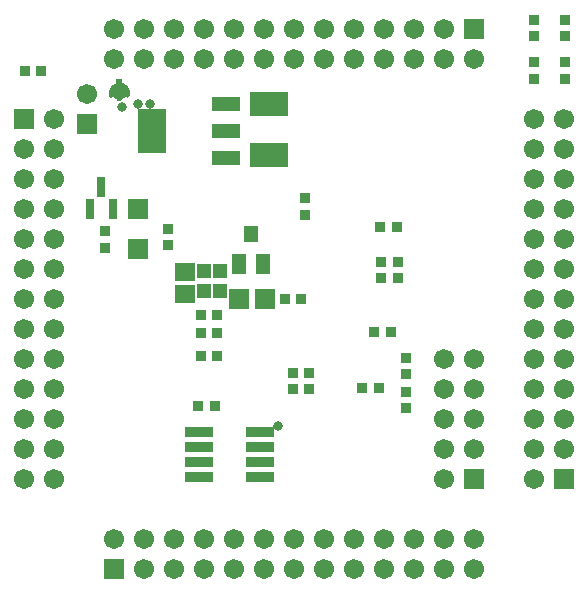
<source format=gbs>
%FSLAX23Y23*%
%MOIN*%
G70*
G01*
G75*
G04 Layer_Color=16711935*
%ADD10C,0.012*%
%ADD11C,0.014*%
%ADD12R,0.118X0.073*%
%ADD13R,0.031X0.031*%
%ADD14R,0.087X0.024*%
%ADD15R,0.087X0.024*%
%ADD16O,0.010X0.080*%
%ADD17O,0.080X0.010*%
%ADD18R,0.079X0.047*%
%ADD19R,0.014X0.014*%
%ADD20R,0.020X0.020*%
%ADD21R,0.030X0.030*%
%ADD22R,0.030X0.030*%
%ADD23C,0.008*%
%ADD24C,0.031*%
%ADD25C,0.024*%
%ADD26C,0.020*%
%ADD27C,0.016*%
%ADD28C,0.059*%
%ADD29R,0.059X0.059*%
%ADD30R,0.059X0.059*%
%ADD31C,0.024*%
%ADD32C,0.030*%
%ADD33R,0.060X0.060*%
%ADD34R,0.040X0.050*%
%ADD35R,0.040X0.060*%
%ADD36R,0.085X0.043*%
%ADD37R,0.085X0.043*%
%ADD38R,0.085X0.138*%
%ADD39R,0.022X0.061*%
%ADD40R,0.059X0.051*%
%ADD41R,0.039X0.043*%
%ADD42R,0.059X0.057*%
%ADD43C,0.010*%
%ADD44C,0.010*%
%ADD45C,0.008*%
%ADD46C,0.004*%
%ADD47C,0.005*%
%ADD48C,0.006*%
%ADD49C,0.012*%
%ADD50C,0.006*%
%ADD51C,0.031*%
%ADD52C,0.016*%
%ADD53R,0.126X0.081*%
%ADD54R,0.039X0.039*%
%ADD55R,0.095X0.032*%
%ADD56R,0.095X0.032*%
%ADD57O,0.018X0.088*%
%ADD58O,0.088X0.018*%
%ADD59R,0.087X0.055*%
%ADD60R,0.038X0.038*%
%ADD61R,0.038X0.038*%
%ADD62C,0.067*%
%ADD63R,0.067X0.067*%
%ADD64R,0.067X0.067*%
%ADD65C,0.032*%
%ADD66R,0.068X0.068*%
%ADD67R,0.048X0.058*%
%ADD68R,0.048X0.068*%
%ADD69R,0.093X0.051*%
%ADD70R,0.093X0.051*%
%ADD71R,0.093X0.146*%
%ADD72R,0.030X0.069*%
%ADD73R,0.067X0.059*%
%ADD74R,0.047X0.051*%
%ADD75R,0.067X0.065*%
D19*
X2418Y5866D02*
D03*
D20*
Y5923D02*
D03*
D51*
X2429Y5888D02*
G03*
X2429Y5888I-11J0D01*
G01*
D52*
X2445Y5879D02*
G03*
X2391Y5878I-27J6D01*
G01*
D53*
X2917Y5680D02*
D03*
Y5850D02*
D03*
D55*
X2887Y4705D02*
D03*
Y4655D02*
D03*
Y4605D02*
D03*
X2682Y4755D02*
D03*
Y4705D02*
D03*
Y4655D02*
D03*
Y4605D02*
D03*
X2887Y4755D02*
D03*
D60*
X2744Y5146D02*
D03*
X2689D02*
D03*
X3346Y5323D02*
D03*
X3291D02*
D03*
X2744Y5087D02*
D03*
X2689D02*
D03*
X2969Y5201D02*
D03*
X3024D02*
D03*
X2157Y5961D02*
D03*
X2102D02*
D03*
X2689Y5008D02*
D03*
X2744D02*
D03*
X3291Y5268D02*
D03*
X3346D02*
D03*
X3283Y4902D02*
D03*
X3228D02*
D03*
X3287Y5441D02*
D03*
X3342D02*
D03*
X3268Y5091D02*
D03*
X3323D02*
D03*
X2681Y4843D02*
D03*
X2736D02*
D03*
D61*
X3035Y5480D02*
D03*
Y5535D02*
D03*
X2996Y4953D02*
D03*
Y4898D02*
D03*
X2370Y5370D02*
D03*
Y5425D02*
D03*
X3902Y5933D02*
D03*
Y5988D02*
D03*
X3799Y5933D02*
D03*
Y5988D02*
D03*
Y6075D02*
D03*
Y6130D02*
D03*
X3902Y6075D02*
D03*
Y6130D02*
D03*
X2580Y5432D02*
D03*
Y5378D02*
D03*
X3374Y5004D02*
D03*
Y4949D02*
D03*
Y4890D02*
D03*
Y4835D02*
D03*
X3051Y4953D02*
D03*
Y4898D02*
D03*
D62*
X2311Y5883D02*
D03*
X3500Y4600D02*
D03*
X3600Y4700D02*
D03*
X3500D02*
D03*
X3600Y4800D02*
D03*
X3500D02*
D03*
X3600Y4900D02*
D03*
X3500D02*
D03*
X3600Y5000D02*
D03*
X3500D02*
D03*
X3600Y6000D02*
D03*
X3500Y6100D02*
D03*
Y6000D02*
D03*
X3400Y6100D02*
D03*
Y6000D02*
D03*
X3300Y6100D02*
D03*
Y6000D02*
D03*
X3200Y6100D02*
D03*
Y6000D02*
D03*
X3100Y6100D02*
D03*
Y6000D02*
D03*
X3000Y6100D02*
D03*
Y6000D02*
D03*
X2900Y6100D02*
D03*
Y6000D02*
D03*
X2800Y6100D02*
D03*
Y6000D02*
D03*
X2700Y6100D02*
D03*
Y6000D02*
D03*
X2600Y6100D02*
D03*
Y6000D02*
D03*
X2500Y6100D02*
D03*
Y6000D02*
D03*
X2400Y6100D02*
D03*
Y6000D02*
D03*
X2200Y5800D02*
D03*
X2100Y5700D02*
D03*
X2200D02*
D03*
X2100Y5600D02*
D03*
X2200D02*
D03*
X2100Y5500D02*
D03*
X2200D02*
D03*
X2100Y5400D02*
D03*
X2200D02*
D03*
X2100Y5300D02*
D03*
X2200D02*
D03*
X2100Y5200D02*
D03*
X2200D02*
D03*
X2100Y5100D02*
D03*
X2200D02*
D03*
X2100Y5000D02*
D03*
X2200D02*
D03*
X2100Y4900D02*
D03*
X2200D02*
D03*
X2100Y4800D02*
D03*
X2200D02*
D03*
X2100Y4700D02*
D03*
X2200D02*
D03*
X2100Y4600D02*
D03*
X2200D02*
D03*
X3600Y4400D02*
D03*
Y4300D02*
D03*
X3500Y4400D02*
D03*
Y4300D02*
D03*
X3400Y4400D02*
D03*
Y4300D02*
D03*
X3300Y4400D02*
D03*
Y4300D02*
D03*
X3200Y4400D02*
D03*
Y4300D02*
D03*
X3100Y4400D02*
D03*
Y4300D02*
D03*
X3000Y4400D02*
D03*
Y4300D02*
D03*
X2900Y4400D02*
D03*
Y4300D02*
D03*
X2800Y4400D02*
D03*
Y4300D02*
D03*
X2700Y4400D02*
D03*
Y4300D02*
D03*
X2600Y4400D02*
D03*
Y4300D02*
D03*
X2500Y4400D02*
D03*
Y4300D02*
D03*
X2400Y4400D02*
D03*
X3800Y5800D02*
D03*
X3900D02*
D03*
X3800Y5700D02*
D03*
X3900D02*
D03*
X3800Y5600D02*
D03*
X3900D02*
D03*
X3800Y5500D02*
D03*
X3900D02*
D03*
X3800Y5400D02*
D03*
X3900D02*
D03*
X3800Y5300D02*
D03*
X3900D02*
D03*
X3800Y5200D02*
D03*
X3900D02*
D03*
X3800Y5100D02*
D03*
X3900D02*
D03*
X3800Y5000D02*
D03*
X3900D02*
D03*
X3800Y4900D02*
D03*
X3900D02*
D03*
X3800Y4800D02*
D03*
X3900D02*
D03*
X3800Y4700D02*
D03*
X3900D02*
D03*
X3800Y4600D02*
D03*
D63*
X2311Y5783D02*
D03*
X3600Y4600D02*
D03*
X2100Y5800D02*
D03*
X3900Y4600D02*
D03*
D64*
X3600Y6100D02*
D03*
X2400Y4300D02*
D03*
D65*
X2945Y4776D02*
D03*
X2520Y5850D02*
D03*
X2480D02*
D03*
X2425Y5839D02*
D03*
D66*
X2480Y5500D02*
D03*
Y5365D02*
D03*
D67*
X2858Y5416D02*
D03*
D68*
X2898Y5316D02*
D03*
X2818D02*
D03*
D69*
X2772Y5850D02*
D03*
Y5669D02*
D03*
D70*
Y5760D02*
D03*
D71*
X2528D02*
D03*
D72*
X2396Y5499D02*
D03*
X2321D02*
D03*
X2358Y5572D02*
D03*
D73*
X2638Y5215D02*
D03*
Y5289D02*
D03*
D74*
X2752Y5226D02*
D03*
Y5293D02*
D03*
X2701Y5226D02*
D03*
Y5293D02*
D03*
D75*
X2902Y5201D02*
D03*
X2815D02*
D03*
M02*

</source>
